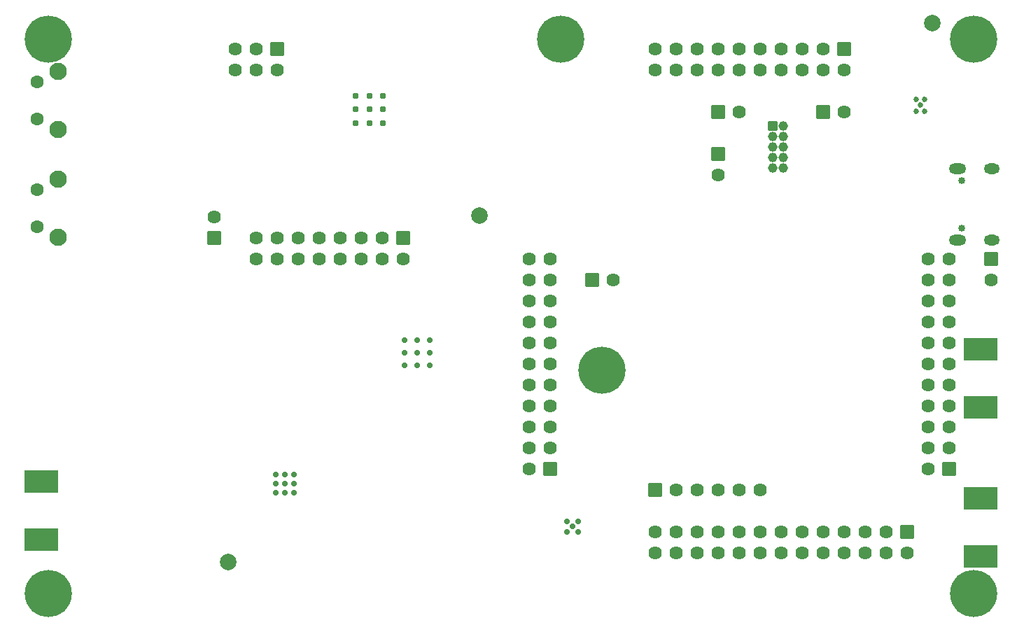
<source format=gbr>
G04 #@! TF.GenerationSoftware,KiCad,Pcbnew,8.0.4*
G04 #@! TF.CreationDate,2024-12-03T18:33:22+11:00*
G04 #@! TF.ProjectId,hackrf-one,6861636b-7266-42d6-9f6e-652e6b696361,rev?*
G04 #@! TF.SameCoordinates,PX393df48PYa6d9c50*
G04 #@! TF.FileFunction,Soldermask,Bot*
G04 #@! TF.FilePolarity,Negative*
%FSLAX45Y45*%
G04 Gerber Fmt 4.5, Leading zero omitted, Abs format (unit mm)*
G04 Created by KiCad (PCBNEW 8.0.4) date 2024-12-03 18:33:22*
%MOMM*%
%LPD*%
G01*
G04 APERTURE LIST*
G04 Aperture macros list*
%AMRoundRect*
0 Rectangle with rounded corners*
0 $1 Rounding radius*
0 $2 $3 $4 $5 $6 $7 $8 $9 X,Y pos of 4 corners*
0 Add a 4 corners polygon primitive as box body*
4,1,4,$2,$3,$4,$5,$6,$7,$8,$9,$2,$3,0*
0 Add four circle primitives for the rounded corners*
1,1,$1+$1,$2,$3*
1,1,$1+$1,$4,$5*
1,1,$1+$1,$6,$7*
1,1,$1+$1,$8,$9*
0 Add four rect primitives between the rounded corners*
20,1,$1+$1,$2,$3,$4,$5,0*
20,1,$1+$1,$4,$5,$6,$7,0*
20,1,$1+$1,$6,$7,$8,$9,0*
20,1,$1+$1,$8,$9,$2,$3,0*%
G04 Aperture macros list end*
%ADD10C,2.000000*%
%ADD11C,0.700000*%
%ADD12C,5.700000*%
%ADD13RoundRect,0.050000X-0.762000X-0.762000X0.762000X-0.762000X0.762000X0.762000X-0.762000X0.762000X0*%
%ADD14C,1.624000*%
%ADD15RoundRect,0.050000X1.995000X1.332500X-1.995000X1.332500X-1.995000X-1.332500X1.995000X-1.332500X0*%
%ADD16RoundRect,0.050000X-0.762000X0.762000X-0.762000X-0.762000X0.762000X-0.762000X0.762000X0.762000X0*%
%ADD17RoundRect,0.050000X-1.995000X-1.332500X1.995000X-1.332500X1.995000X1.332500X-1.995000X1.332500X0*%
%ADD18RoundRect,0.050000X0.762000X0.762000X-0.762000X0.762000X-0.762000X-0.762000X0.762000X-0.762000X0*%
%ADD19RoundRect,0.050000X0.762000X-0.762000X0.762000X0.762000X-0.762000X0.762000X-0.762000X-0.762000X0*%
%ADD20RoundRect,0.050000X-0.533400X0.533400X-0.533400X-0.533400X0.533400X-0.533400X0.533400X0.533400X0*%
%ADD21C,1.166800*%
%ADD22C,2.100000*%
%ADD23C,1.600000*%
%ADD24C,0.742240*%
%ADD25C,0.736600*%
%ADD26C,0.777240*%
%ADD27C,0.685000*%
%ADD28C,0.850000*%
%ADD29O,2.100000X1.300000*%
%ADD30O,1.900000X1.300000*%
G04 APERTURE END LIST*
D10*
G04 #@! TO.C,MARK1MM*
X9980000Y9070000D03*
G04 #@! TD*
D11*
G04 #@! TO.C,J4*
X-940000Y8870000D03*
X-875000Y9025000D03*
X-875000Y8715000D03*
X-720000Y9090000D03*
D12*
X-720000Y8870000D03*
D11*
X-720000Y8650000D03*
X-565000Y9025000D03*
X-565000Y8715000D03*
X-500000Y8870000D03*
G04 #@! TD*
G04 #@! TO.C,J5*
X-940000Y2170000D03*
X-875000Y2325000D03*
X-875000Y2015000D03*
X-720000Y2390000D03*
D12*
X-720000Y2170000D03*
D11*
X-720000Y1950000D03*
X-565000Y2325000D03*
X-565000Y2015000D03*
X-500000Y2170000D03*
G04 #@! TD*
G04 #@! TO.C,J6*
X10260000Y2170000D03*
X10325000Y2325000D03*
X10325000Y2015000D03*
X10480000Y2390000D03*
D12*
X10480000Y2170000D03*
D11*
X10480000Y1950000D03*
X10635000Y2325000D03*
X10635000Y2015000D03*
X10700000Y2170000D03*
G04 #@! TD*
G04 #@! TO.C,J7*
X10260000Y8870000D03*
X10325000Y9025000D03*
X10325000Y8715000D03*
X10480000Y9090000D03*
D12*
X10480000Y8870000D03*
D11*
X10480000Y8650000D03*
X10635000Y9025000D03*
X10635000Y8715000D03*
X10700000Y8870000D03*
G04 #@! TD*
G04 #@! TO.C,J8*
X5260000Y8870000D03*
X5325000Y9025000D03*
X5325000Y8715000D03*
X5480000Y9090000D03*
D12*
X5480000Y8870000D03*
D11*
X5480000Y8650000D03*
X5635000Y9025000D03*
X5635000Y8715000D03*
X5700000Y8870000D03*
G04 #@! TD*
G04 #@! TO.C,J9*
X5760000Y4870000D03*
X5825000Y5025000D03*
X5825000Y4715000D03*
X5980000Y5090000D03*
D12*
X5980000Y4870000D03*
D11*
X5980000Y4650000D03*
X6135000Y5025000D03*
X6135000Y4715000D03*
X6200000Y4870000D03*
G04 #@! TD*
D13*
G04 #@! TO.C,P1*
X7389000Y7993000D03*
D14*
X7643000Y7993000D03*
G04 #@! TD*
D15*
G04 #@! TO.C,P2*
X10558500Y4420750D03*
X10558500Y5119250D03*
G04 #@! TD*
D16*
G04 #@! TO.C,P3*
X7389000Y7485000D03*
D14*
X7389000Y7231000D03*
G04 #@! TD*
D17*
G04 #@! TO.C,P4*
X-798500Y3519250D03*
X-798500Y2820750D03*
G04 #@! TD*
D18*
G04 #@! TO.C,P5*
X2055000Y8755000D03*
D14*
X2055000Y8501000D03*
X1801000Y8755000D03*
X1801000Y8501000D03*
X1547000Y8755000D03*
X1547000Y8501000D03*
G04 #@! TD*
D13*
G04 #@! TO.C,P8*
X8659000Y7993000D03*
D14*
X8913000Y7993000D03*
G04 #@! TD*
D18*
G04 #@! TO.C,P9*
X3579000Y6469000D03*
D14*
X3579000Y6215000D03*
X3325000Y6469000D03*
X3325000Y6215000D03*
X3071000Y6469000D03*
X3071000Y6215000D03*
X2817000Y6469000D03*
X2817000Y6215000D03*
X2563000Y6469000D03*
X2563000Y6215000D03*
X2309000Y6469000D03*
X2309000Y6215000D03*
X2055000Y6469000D03*
X2055000Y6215000D03*
X1801000Y6469000D03*
X1801000Y6215000D03*
G04 #@! TD*
D15*
G04 #@! TO.C,P16*
X10558500Y2620750D03*
X10558500Y3319250D03*
G04 #@! TD*
D19*
G04 #@! TO.C,P20*
X10183000Y3675000D03*
D14*
X9929000Y3675000D03*
X10183000Y3929000D03*
X9929000Y3929000D03*
X10183000Y4183000D03*
X9929000Y4183000D03*
X10183000Y4437000D03*
X9929000Y4437000D03*
X10183000Y4691000D03*
X9929000Y4691000D03*
X10183000Y4945000D03*
X9929000Y4945000D03*
X10183000Y5199000D03*
X9929000Y5199000D03*
X10183000Y5453000D03*
X9929000Y5453000D03*
X10183000Y5707000D03*
X9929000Y5707000D03*
X10183000Y5961000D03*
X9929000Y5961000D03*
X10183000Y6215000D03*
X9929000Y6215000D03*
G04 #@! TD*
D18*
G04 #@! TO.C,P22*
X9675000Y2913000D03*
D14*
X9675000Y2659000D03*
X9421000Y2913000D03*
X9421000Y2659000D03*
X9167000Y2913000D03*
X9167000Y2659000D03*
X8913000Y2913000D03*
X8913000Y2659000D03*
X8659000Y2913000D03*
X8659000Y2659000D03*
X8405000Y2913000D03*
X8405000Y2659000D03*
X8151000Y2913000D03*
X8151000Y2659000D03*
X7897000Y2913000D03*
X7897000Y2659000D03*
X7643000Y2913000D03*
X7643000Y2659000D03*
X7389000Y2913000D03*
X7389000Y2659000D03*
X7135000Y2913000D03*
X7135000Y2659000D03*
X6881000Y2913000D03*
X6881000Y2659000D03*
X6627000Y2913000D03*
X6627000Y2659000D03*
G04 #@! TD*
D13*
G04 #@! TO.C,P25*
X6627000Y3421000D03*
D14*
X6881000Y3421000D03*
X7135000Y3421000D03*
X7389000Y3421000D03*
X7643000Y3421000D03*
X7897000Y3421000D03*
G04 #@! TD*
D20*
G04 #@! TO.C,P26*
X8046260Y7823340D03*
D21*
X8173260Y7823340D03*
X8046260Y7696340D03*
X8173260Y7696340D03*
X8046260Y7569340D03*
X8173260Y7569340D03*
X8046260Y7442340D03*
X8173260Y7442340D03*
X8046260Y7315340D03*
X8173260Y7315340D03*
G04 #@! TD*
D19*
G04 #@! TO.C,P28*
X5357000Y3675000D03*
D14*
X5103000Y3675000D03*
X5357000Y3929000D03*
X5103000Y3929000D03*
X5357000Y4183000D03*
X5103000Y4183000D03*
X5357000Y4437000D03*
X5103000Y4437000D03*
X5357000Y4691000D03*
X5103000Y4691000D03*
X5357000Y4945000D03*
X5103000Y4945000D03*
X5357000Y5199000D03*
X5103000Y5199000D03*
X5357000Y5453000D03*
X5103000Y5453000D03*
X5357000Y5707000D03*
X5103000Y5707000D03*
X5357000Y5961000D03*
X5103000Y5961000D03*
X5357000Y6215000D03*
X5103000Y6215000D03*
G04 #@! TD*
D13*
G04 #@! TO.C,P29*
X5865000Y5961000D03*
D14*
X6119000Y5961000D03*
G04 #@! TD*
D18*
G04 #@! TO.C,P30*
X8913000Y8755000D03*
D14*
X8913000Y8501000D03*
X8659000Y8755000D03*
X8659000Y8501000D03*
X8405000Y8755000D03*
X8405000Y8501000D03*
X8151000Y8755000D03*
X8151000Y8501000D03*
X7897000Y8755000D03*
X7897000Y8501000D03*
X7643000Y8755000D03*
X7643000Y8501000D03*
X7389000Y8755000D03*
X7389000Y8501000D03*
X7135000Y8755000D03*
X7135000Y8501000D03*
X6881000Y8755000D03*
X6881000Y8501000D03*
X6627000Y8755000D03*
X6627000Y8501000D03*
G04 #@! TD*
D19*
G04 #@! TO.C,P36*
X1293000Y6469000D03*
D14*
X1293000Y6723000D03*
G04 #@! TD*
D16*
G04 #@! TO.C,P80*
X10691000Y6215000D03*
D14*
X10691000Y5961000D03*
G04 #@! TD*
D22*
G04 #@! TO.C,SW1*
X-601000Y7180500D03*
X-601000Y6479500D03*
D23*
X-850000Y7055000D03*
X-850000Y6605000D03*
G04 #@! TD*
D22*
G04 #@! TO.C,SW2*
X-601000Y8480500D03*
X-601000Y7779500D03*
D23*
X-850000Y8355000D03*
X-850000Y7905000D03*
G04 #@! TD*
D24*
G04 #@! TO.C,U4*
X2252040Y3603640D03*
X2142040Y3603640D03*
X2032040Y3603640D03*
X2252040Y3493640D03*
X2142040Y3493640D03*
X2032040Y3493640D03*
X2252040Y3383640D03*
X2142040Y3383640D03*
X2032040Y3383640D03*
G04 #@! TD*
D25*
G04 #@! TO.C,U17*
X3594850Y4930290D03*
X3744850Y4930290D03*
X3894850Y4930290D03*
X3594850Y5080290D03*
X3744850Y5080290D03*
X3894850Y5080290D03*
X3594850Y5230290D03*
X3744850Y5230290D03*
X3894850Y5230290D03*
G04 #@! TD*
D26*
G04 #@! TO.C,U18*
X3004540Y7858820D03*
X3169540Y7858820D03*
X3334540Y7858820D03*
X3004540Y8023820D03*
X3169540Y8023820D03*
X3334540Y8023820D03*
X3004540Y8188820D03*
X3169540Y8188820D03*
X3334540Y8188820D03*
G04 #@! TD*
D24*
G04 #@! TO.C,U19*
X5560920Y2911400D03*
X5692920Y2911400D03*
X5626920Y2977400D03*
X5560920Y3043400D03*
X5692920Y3043400D03*
G04 #@! TD*
D27*
G04 #@! TO.C,U21*
X9883000Y7999880D03*
X9883000Y8149880D03*
X9833000Y8074880D03*
X9783000Y7999880D03*
X9783000Y8149880D03*
G04 #@! TD*
D10*
G04 #@! TO.C,MARK1MM*
X1460360Y2546600D03*
G04 #@! TD*
G04 #@! TO.C,MARK1MM*
X4503280Y6742680D03*
G04 #@! TD*
D28*
G04 #@! TO.C,J11*
X10329550Y6585000D03*
X10329550Y7165000D03*
D29*
X10279550Y6442500D03*
D30*
X10699550Y6442500D03*
D29*
X10279550Y7307500D03*
D30*
X10699550Y7307500D03*
G04 #@! TD*
M02*

</source>
